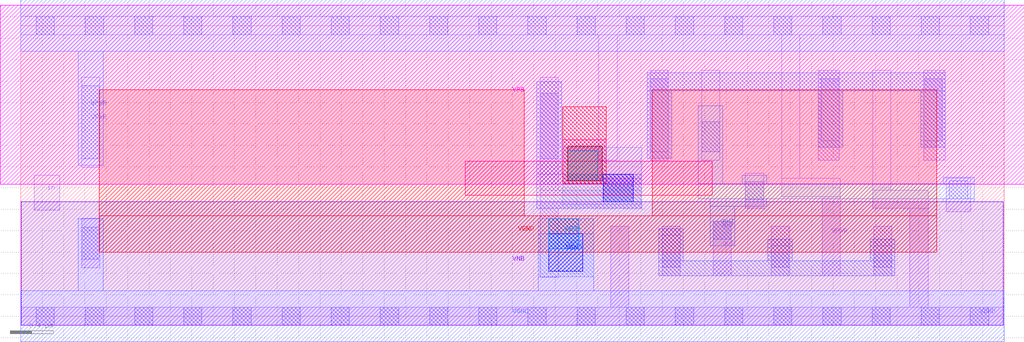
<source format=lef>
VERSION 5.7 ;
  NOWIREEXTENSIONATPIN ON ;
  DIVIDERCHAR "/" ;
  BUSBITCHARS "[]" ;
MACRO sky130_mm_sc_hd_dly5ns
  CLASS CORE ;
  FOREIGN sky130_mm_sc_hd_dly5ns ;
  ORIGIN 0.000 0.000 ;
  SIZE 9.200 BY 2.720 ;
  SITE unithd ;
  PIN in
    DIRECTION INPUT ;
    USE SIGNAL ;
    ANTENNAGATEAREA 4.880000 ;
    PORT
      LAYER li1 ;
        RECT 0.125 0.990 0.365 1.320 ;
    END
  END in
  PIN out
    DIRECTION OUTPUT ;
    USE SIGNAL ;
    ANTENNAGATEAREA 0.366000 ;
    ANTENNADIFFAREA 0.361800 ;
    PORT
      LAYER li1 ;
        RECT 6.370 1.460 6.540 2.300 ;
        RECT 6.780 1.010 6.950 1.340 ;
        RECT 8.660 0.980 8.890 1.290 ;
        RECT 6.480 0.380 6.650 0.890 ;
      LAYER mcon ;
        RECT 6.370 1.540 6.540 1.820 ;
        RECT 6.780 1.090 6.950 1.260 ;
        RECT 8.690 1.100 8.860 1.270 ;
        RECT 6.480 0.720 6.650 0.890 ;
      LAYER met1 ;
        RECT 6.340 1.240 6.570 1.970 ;
        RECT 6.750 1.240 6.980 1.320 ;
        RECT 8.630 1.240 8.920 1.300 ;
        RECT 6.340 1.100 8.920 1.240 ;
        RECT 6.450 1.030 6.980 1.100 ;
        RECT 8.630 1.070 8.920 1.100 ;
        RECT 6.450 0.660 6.680 1.030 ;
    END
  END out
  PIN VPWR
    DIRECTION INOUT ;
    USE POWER ;
    SHAPE ABUTMENT ;
    PORT
      LAYER li1 ;
        RECT 0.000 2.635 9.200 2.805 ;
        RECT 0.570 1.395 0.740 2.235 ;
        RECT 5.410 1.460 5.580 2.635 ;
        RECT 7.120 1.290 7.290 2.635 ;
        RECT 7.120 1.120 7.670 1.290 ;
        RECT 7.500 0.380 7.670 1.120 ;
      LAYER mcon ;
        RECT 0.145 2.635 0.315 2.805 ;
        RECT 0.605 2.635 0.775 2.805 ;
        RECT 1.065 2.635 1.235 2.805 ;
        RECT 1.525 2.635 1.695 2.805 ;
        RECT 1.985 2.635 2.155 2.805 ;
        RECT 2.445 2.635 2.615 2.805 ;
        RECT 2.905 2.635 3.075 2.805 ;
        RECT 3.365 2.635 3.535 2.805 ;
        RECT 3.825 2.635 3.995 2.805 ;
        RECT 4.285 2.635 4.455 2.805 ;
        RECT 4.745 2.635 4.915 2.805 ;
        RECT 5.205 2.635 5.375 2.805 ;
        RECT 5.665 2.635 5.835 2.805 ;
        RECT 6.125 2.635 6.295 2.805 ;
        RECT 6.585 2.635 6.755 2.805 ;
        RECT 7.045 2.635 7.215 2.805 ;
        RECT 7.505 2.635 7.675 2.805 ;
        RECT 7.965 2.635 8.135 2.805 ;
        RECT 8.425 2.635 8.595 2.805 ;
        RECT 8.885 2.635 9.055 2.805 ;
        RECT 0.570 1.475 0.740 2.155 ;
      LAYER met1 ;
        RECT 0.000 2.480 9.200 2.960 ;
        RECT 0.540 1.415 0.770 2.480 ;
    END
  END VPWR
  PIN VGND
    DIRECTION INOUT ;
    USE GROUND ;
    SHAPE ABUTMENT ;
    PORT
      LAYER li1 ;
        RECT 7.970 1.180 8.140 2.300 ;
        RECT 7.970 1.010 8.490 1.180 ;
        RECT 0.570 0.455 0.740 0.915 ;
        RECT 5.520 0.085 5.690 0.840 ;
        RECT 8.320 0.085 8.490 1.010 ;
        RECT 0.000 -0.085 9.200 0.085 ;
      LAYER mcon ;
        RECT 0.570 0.535 0.740 0.835 ;
        RECT 0.145 -0.085 0.315 0.085 ;
        RECT 0.605 -0.085 0.775 0.085 ;
        RECT 1.065 -0.085 1.235 0.085 ;
        RECT 1.525 -0.085 1.695 0.085 ;
        RECT 1.985 -0.085 2.155 0.085 ;
        RECT 2.445 -0.085 2.615 0.085 ;
        RECT 2.905 -0.085 3.075 0.085 ;
        RECT 3.365 -0.085 3.535 0.085 ;
        RECT 3.825 -0.085 3.995 0.085 ;
        RECT 4.285 -0.085 4.455 0.085 ;
        RECT 4.745 -0.085 4.915 0.085 ;
        RECT 5.205 -0.085 5.375 0.085 ;
        RECT 5.665 -0.085 5.835 0.085 ;
        RECT 6.125 -0.085 6.295 0.085 ;
        RECT 6.585 -0.085 6.755 0.085 ;
        RECT 7.045 -0.085 7.215 0.085 ;
        RECT 7.505 -0.085 7.675 0.085 ;
        RECT 7.965 -0.085 8.135 0.085 ;
        RECT 8.425 -0.085 8.595 0.085 ;
        RECT 8.885 -0.085 9.055 0.085 ;
      LAYER met1 ;
        RECT 0.540 0.240 0.770 0.910 ;
        RECT 4.840 0.240 5.360 0.770 ;
        RECT 0.000 -0.240 9.200 0.240 ;
      LAYER via ;
        RECT 4.940 0.420 5.260 0.770 ;
      LAYER met2 ;
        RECT 4.840 0.370 5.360 0.910 ;
      LAYER via2 ;
        RECT 4.940 0.630 5.220 0.910 ;
      LAYER met3 ;
        RECT 0.735 0.940 4.710 2.120 ;
        RECT 5.910 0.940 8.570 2.120 ;
        RECT 0.735 0.600 8.570 0.940 ;
    END
  END VGND
  PIN VPB
    DIRECTION INOUT ;
    USE POWER ;
    PORT
      LAYER nwell ;
        RECT -0.190 1.235 9.390 2.910 ;
    END
  END VPB
  PIN VNB
    DIRECTION INOUT ;
    USE GROUND ;
    PORT
      LAYER pwell ;
        RECT 0.005 -0.085 9.195 1.070 ;
    END
  END VNB
  OBS
      LAYER li1 ;
        RECT 4.860 1.180 5.030 2.235 ;
        RECT 5.890 1.460 6.060 2.300 ;
        RECT 7.460 1.460 7.660 2.300 ;
        RECT 8.450 1.460 8.650 2.300 ;
        RECT 5.450 1.180 5.810 1.290 ;
        RECT 4.860 1.010 5.810 1.180 ;
        RECT 4.860 0.365 5.030 1.010 ;
        RECT 6.000 0.380 6.170 0.840 ;
        RECT 7.020 0.380 7.190 0.840 ;
        RECT 7.980 0.380 8.150 0.840 ;
      LAYER mcon ;
        RECT 4.860 1.475 5.030 2.085 ;
        RECT 5.890 1.540 6.060 2.220 ;
        RECT 7.490 1.640 7.660 2.220 ;
        RECT 8.450 1.640 8.620 2.220 ;
        RECT 5.450 1.070 5.730 1.240 ;
        RECT 6.000 0.460 6.170 0.760 ;
        RECT 7.020 0.460 7.190 0.660 ;
        RECT 7.980 0.460 8.150 0.660 ;
      LAYER met1 ;
        RECT 4.830 1.330 5.060 2.195 ;
        RECT 5.860 2.110 8.650 2.280 ;
        RECT 5.860 1.480 6.090 2.110 ;
        RECT 7.460 1.580 7.690 2.110 ;
        RECT 8.420 1.580 8.650 2.110 ;
        RECT 4.830 1.010 5.810 1.330 ;
        RECT 5.970 0.520 6.200 0.820 ;
        RECT 6.990 0.520 7.220 0.720 ;
        RECT 7.950 0.520 8.180 0.720 ;
        RECT 5.970 0.380 8.180 0.520 ;
      LAYER via ;
        RECT 5.450 1.070 5.730 1.330 ;
      LAYER met2 ;
        RECT 5.070 1.050 5.810 1.580 ;
      LAYER via2 ;
        RECT 5.120 1.270 5.400 1.550 ;
      LAYER met3 ;
        RECT 5.070 1.240 5.480 1.960 ;
      LAYER via3 ;
        RECT 5.120 1.270 5.440 1.590 ;
      LAYER met4 ;
        RECT 5.070 1.450 5.480 1.650 ;
        RECT 4.160 1.130 6.470 1.450 ;
  END
END sky130_mm_sc_hd_dly5ns
END LIBRARY


</source>
